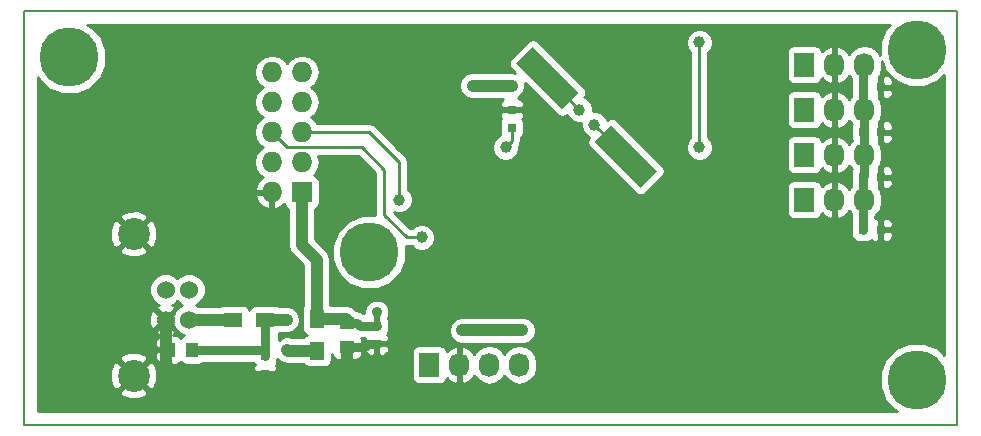
<source format=gbr>
G04 #@! TF.FileFunction,Copper,L2,Bot,Signal*
%FSLAX46Y46*%
G04 Gerber Fmt 4.6, Leading zero omitted, Abs format (unit mm)*
G04 Created by KiCad (PCBNEW 4.0.0-rc1-stable) date 01.11.2015 14:42:16*
%MOMM*%
G01*
G04 APERTURE LIST*
%ADD10C,0.100000*%
%ADD11C,0.150000*%
%ADD12R,1.500000X1.300000*%
%ADD13R,1.300000X1.500000*%
%ADD14R,1.727200X2.032000*%
%ADD15O,1.727200X2.032000*%
%ADD16R,1.727200X1.727200*%
%ADD17O,1.727200X1.727200*%
%ADD18C,1.524000*%
%ADD19C,2.700020*%
%ADD20R,0.800000X0.750000*%
%ADD21R,0.750000X0.800000*%
%ADD22R,1.000000X1.250000*%
%ADD23R,1.250000X1.000000*%
%ADD24C,5.000000*%
%ADD25C,1.000000*%
%ADD26C,0.900000*%
%ADD27C,0.250000*%
%ADD28C,1.000000*%
%ADD29C,0.750000*%
%ADD30C,0.500000*%
%ADD31C,0.254000*%
G04 APERTURE END LIST*
D10*
D11*
X137420000Y-107950000D02*
X58420000Y-107950000D01*
X137420000Y-72950000D02*
X137420000Y-107950000D01*
X58420000Y-72950000D02*
X137420000Y-72950000D01*
X58420000Y-107950000D02*
X58420000Y-72950000D01*
D12*
X76120000Y-99060000D03*
X78820000Y-99060000D03*
D13*
X83185000Y-101680000D03*
X83185000Y-98980000D03*
D14*
X92710000Y-102870000D03*
D15*
X95250000Y-102870000D03*
X97790000Y-102870000D03*
X100330000Y-102870000D03*
D14*
X124460000Y-88900000D03*
D15*
X127000000Y-88900000D03*
X129540000Y-88900000D03*
D14*
X124460000Y-85090000D03*
D15*
X127000000Y-85090000D03*
X129540000Y-85090000D03*
D14*
X124460000Y-81280000D03*
D15*
X127000000Y-81280000D03*
X129540000Y-81280000D03*
D14*
X124460000Y-77470000D03*
D15*
X127000000Y-77470000D03*
X129540000Y-77470000D03*
D16*
X81915000Y-88265000D03*
D17*
X79375000Y-88265000D03*
X81915000Y-85725000D03*
X79375000Y-85725000D03*
X81915000Y-83185000D03*
X79375000Y-83185000D03*
X81915000Y-80645000D03*
X79375000Y-80645000D03*
X81915000Y-78105000D03*
X79375000Y-78105000D03*
D18*
X72380000Y-96520000D03*
X72380000Y-99060000D03*
X70381020Y-99060000D03*
X70381020Y-96520000D03*
D19*
X67681000Y-91790520D03*
X67681000Y-103789480D03*
D10*
G36*
X112018667Y-86475174D02*
X110605174Y-87888667D01*
X106716723Y-84000216D01*
X108130216Y-82586723D01*
X112018667Y-86475174D01*
X112018667Y-86475174D01*
G37*
G36*
X105373277Y-79829784D02*
X103959784Y-81243277D01*
X100071333Y-77354826D01*
X101484826Y-75941333D01*
X105373277Y-79829784D01*
X105373277Y-79829784D01*
G37*
D20*
X129425000Y-79375000D03*
X130925000Y-79375000D03*
X129425000Y-83185000D03*
X130925000Y-83185000D03*
X129425000Y-86995000D03*
X130925000Y-86995000D03*
X129425000Y-91440000D03*
X130925000Y-91440000D03*
D21*
X99695000Y-82792000D03*
X99695000Y-81292000D03*
D22*
X72660000Y-101600000D03*
X70660000Y-101600000D03*
D21*
X78820000Y-102120000D03*
X78820000Y-103620000D03*
D23*
X85725000Y-99330000D03*
X85725000Y-101330000D03*
D21*
X88265000Y-99580000D03*
X88265000Y-101080000D03*
D24*
X62230000Y-76835000D03*
X133985000Y-76200000D03*
X133985000Y-104140000D03*
X87630000Y-93345000D03*
D25*
X99187000Y-84455000D03*
X115570000Y-75565000D03*
X115570000Y-84455000D03*
X99695000Y-79248000D03*
X96393000Y-79248000D03*
X95504000Y-99949000D03*
X100584000Y-99949000D03*
D26*
X88265000Y-98425000D03*
D25*
X97420000Y-86950000D03*
X120420000Y-90950000D03*
X92075000Y-88900000D03*
X111887000Y-82550000D03*
X111887000Y-90170000D03*
X99695000Y-97155000D03*
X102489000Y-88138000D03*
X99314000Y-90424000D03*
X121285000Y-103505000D03*
X128270000Y-99060000D03*
X114300000Y-99060000D03*
X107315000Y-103505000D03*
X123825000Y-93980000D03*
X133985000Y-93980000D03*
X109220000Y-93980000D03*
D26*
X80645000Y-104140000D03*
D25*
X100965000Y-85725000D03*
X106680000Y-82550000D03*
X105410000Y-81280000D03*
D26*
X80645000Y-99060000D03*
X80645000Y-101600000D03*
D25*
X90170000Y-88900000D03*
X92075000Y-92075000D03*
D27*
X115570000Y-84455000D02*
X115570000Y-75565000D01*
D28*
X96393000Y-79248000D02*
X99695000Y-79248000D01*
X95504000Y-99949000D02*
X100584000Y-99949000D01*
X83185000Y-98980000D02*
X83185000Y-93980000D01*
X81915000Y-92710000D02*
X81915000Y-88265000D01*
X83185000Y-93980000D02*
X81915000Y-92710000D01*
D27*
X99695000Y-82792000D02*
X99695000Y-83947000D01*
X99695000Y-83947000D02*
X99187000Y-84455000D01*
D29*
X129425000Y-91440000D02*
X129425000Y-89015000D01*
X129425000Y-89015000D02*
X129425000Y-86995000D01*
X129425000Y-86995000D02*
X129540000Y-86880000D01*
X129540000Y-86880000D02*
X129540000Y-83300000D01*
X129540000Y-83300000D02*
X129540000Y-81280000D01*
X129540000Y-81280000D02*
X129425000Y-81165000D01*
X129425000Y-81165000D02*
X129425000Y-77585000D01*
X129425000Y-77585000D02*
X129540000Y-77470000D01*
D30*
X88265000Y-98425000D02*
X88265000Y-99580000D01*
D29*
X85725000Y-99330000D02*
X86630000Y-99330000D01*
X86880000Y-99580000D02*
X88265000Y-99580000D01*
X86630000Y-99330000D02*
X86880000Y-99580000D01*
D28*
X83185000Y-98980000D02*
X85625000Y-98980000D01*
X85625000Y-98980000D02*
X85725000Y-99080000D01*
D29*
X88265000Y-101080000D02*
X87515000Y-101080000D01*
X87265000Y-101330000D02*
X85725000Y-101330000D01*
X87515000Y-101080000D02*
X87265000Y-101330000D01*
D28*
X80645000Y-104140000D02*
X85090000Y-104140000D01*
X85725000Y-103505000D02*
X85725000Y-101580000D01*
X85090000Y-104140000D02*
X85725000Y-103505000D01*
X78820000Y-104120000D02*
X80625000Y-104120000D01*
X80625000Y-104120000D02*
X80645000Y-104140000D01*
X78820000Y-104120000D02*
X71100000Y-104120000D01*
X70410000Y-103430000D02*
X70410000Y-101600000D01*
X71100000Y-104120000D02*
X70410000Y-103430000D01*
X70381020Y-99060000D02*
X70381020Y-101571020D01*
D29*
X70381020Y-101571020D02*
X70410000Y-101600000D01*
D27*
X109367695Y-85237695D02*
X106680000Y-82550000D01*
X105410000Y-81280000D02*
X102722305Y-78592305D01*
D29*
X78740000Y-101600000D02*
X78820000Y-101600000D01*
X78820000Y-101600000D02*
X78740000Y-101600000D01*
X72660000Y-101600000D02*
X78820000Y-101600000D01*
X78820000Y-101600000D02*
X78820000Y-99060000D01*
X78820000Y-102120000D02*
X78820000Y-101600000D01*
D28*
X78820000Y-99060000D02*
X80645000Y-99060000D01*
X72380000Y-99060000D02*
X76120000Y-99060000D01*
X80725000Y-101680000D02*
X83185000Y-101680000D01*
X80645000Y-101600000D02*
X80725000Y-101680000D01*
D27*
X81915000Y-83185000D02*
X87630000Y-83185000D01*
X90170000Y-85725000D02*
X90170000Y-88900000D01*
X87630000Y-83185000D02*
X90170000Y-85725000D01*
X88900000Y-86360000D02*
X88900000Y-90170000D01*
X80645000Y-84455000D02*
X86995000Y-84455000D01*
X86995000Y-84455000D02*
X88900000Y-86360000D01*
X80645000Y-84455000D02*
X79375000Y-83185000D01*
X90805000Y-92075000D02*
X92075000Y-92075000D01*
X88900000Y-90170000D02*
X90805000Y-92075000D01*
D31*
G36*
X131335604Y-74426384D02*
X130858544Y-75575272D01*
X130857627Y-76625924D01*
X130594013Y-76231399D01*
X130110428Y-75908277D01*
X129540000Y-75794812D01*
X128969572Y-75908277D01*
X128485987Y-76231399D01*
X128278998Y-76541179D01*
X127902036Y-76119268D01*
X127374791Y-75865291D01*
X127359026Y-75862642D01*
X127127000Y-75983783D01*
X127127000Y-77343000D01*
X127147000Y-77343000D01*
X127147000Y-77597000D01*
X127127000Y-77597000D01*
X127127000Y-78956217D01*
X127359026Y-79077358D01*
X127374791Y-79074709D01*
X127902036Y-78820732D01*
X128278998Y-78398821D01*
X128423000Y-78614335D01*
X128423000Y-78815889D01*
X128385717Y-79000000D01*
X128385717Y-79750000D01*
X128423000Y-79948142D01*
X128423000Y-80135665D01*
X128278998Y-80351179D01*
X127902036Y-79929268D01*
X127374791Y-79675291D01*
X127359026Y-79672642D01*
X127127000Y-79793783D01*
X127127000Y-81153000D01*
X127147000Y-81153000D01*
X127147000Y-81407000D01*
X127127000Y-81407000D01*
X127127000Y-82766217D01*
X127359026Y-82887358D01*
X127374791Y-82884709D01*
X127902036Y-82630732D01*
X128278998Y-82208821D01*
X128475733Y-82503254D01*
X128436083Y-82561283D01*
X128385717Y-82810000D01*
X128385717Y-83560000D01*
X128429437Y-83792352D01*
X128476535Y-83865545D01*
X128278998Y-84161179D01*
X127902036Y-83739268D01*
X127374791Y-83485291D01*
X127359026Y-83482642D01*
X127127000Y-83603783D01*
X127127000Y-84963000D01*
X127147000Y-84963000D01*
X127147000Y-85217000D01*
X127127000Y-85217000D01*
X127127000Y-86576217D01*
X127359026Y-86697358D01*
X127374791Y-86694709D01*
X127902036Y-86440732D01*
X128278998Y-86018821D01*
X128475733Y-86313254D01*
X128436083Y-86371283D01*
X128385717Y-86620000D01*
X128385717Y-87370000D01*
X128423000Y-87568142D01*
X128423000Y-87755665D01*
X128278998Y-87971179D01*
X127902036Y-87549268D01*
X127374791Y-87295291D01*
X127359026Y-87292642D01*
X127127000Y-87413783D01*
X127127000Y-88773000D01*
X127147000Y-88773000D01*
X127147000Y-89027000D01*
X127127000Y-89027000D01*
X127127000Y-90386217D01*
X127359026Y-90507358D01*
X127374791Y-90504709D01*
X127902036Y-90250732D01*
X128278998Y-89828821D01*
X128423000Y-90044335D01*
X128423000Y-90880889D01*
X128385717Y-91065000D01*
X128385717Y-91815000D01*
X128429437Y-92047352D01*
X128566757Y-92260753D01*
X128776283Y-92403917D01*
X129025000Y-92454283D01*
X129825000Y-92454283D01*
X130057352Y-92410563D01*
X130157862Y-92345887D01*
X130165302Y-92353327D01*
X130398691Y-92450000D01*
X130639250Y-92450000D01*
X130798000Y-92291250D01*
X130798000Y-91567000D01*
X131052000Y-91567000D01*
X131052000Y-92291250D01*
X131210750Y-92450000D01*
X131451309Y-92450000D01*
X131684698Y-92353327D01*
X131863327Y-92174699D01*
X131960000Y-91941310D01*
X131960000Y-91725750D01*
X131801250Y-91567000D01*
X131052000Y-91567000D01*
X130798000Y-91567000D01*
X130778000Y-91567000D01*
X130778000Y-91313000D01*
X130798000Y-91313000D01*
X130798000Y-90588750D01*
X131052000Y-90588750D01*
X131052000Y-91313000D01*
X131801250Y-91313000D01*
X131960000Y-91154250D01*
X131960000Y-90938690D01*
X131863327Y-90705301D01*
X131684698Y-90526673D01*
X131451309Y-90430000D01*
X131210750Y-90430000D01*
X131052000Y-90588750D01*
X130798000Y-90588750D01*
X130639250Y-90430000D01*
X130427000Y-90430000D01*
X130427000Y-90250196D01*
X130594013Y-90138601D01*
X130917135Y-89655016D01*
X131030600Y-89084588D01*
X131030600Y-88715412D01*
X130917135Y-88144984D01*
X130749760Y-87894490D01*
X130798000Y-87846250D01*
X130798000Y-87122000D01*
X131052000Y-87122000D01*
X131052000Y-87846250D01*
X131210750Y-88005000D01*
X131451309Y-88005000D01*
X131684698Y-87908327D01*
X131863327Y-87729699D01*
X131960000Y-87496310D01*
X131960000Y-87280750D01*
X131801250Y-87122000D01*
X131052000Y-87122000D01*
X130798000Y-87122000D01*
X130778000Y-87122000D01*
X130778000Y-86868000D01*
X130798000Y-86868000D01*
X130798000Y-86143750D01*
X131052000Y-86143750D01*
X131052000Y-86868000D01*
X131801250Y-86868000D01*
X131960000Y-86709250D01*
X131960000Y-86493690D01*
X131863327Y-86260301D01*
X131684698Y-86081673D01*
X131451309Y-85985000D01*
X131210750Y-85985000D01*
X131052000Y-86143750D01*
X130798000Y-86143750D01*
X130749760Y-86095510D01*
X130917135Y-85845016D01*
X131030600Y-85274588D01*
X131030600Y-84905412D01*
X130917135Y-84334984D01*
X130749760Y-84084490D01*
X130798000Y-84036250D01*
X130798000Y-83312000D01*
X131052000Y-83312000D01*
X131052000Y-84036250D01*
X131210750Y-84195000D01*
X131451309Y-84195000D01*
X131684698Y-84098327D01*
X131863327Y-83919699D01*
X131960000Y-83686310D01*
X131960000Y-83470750D01*
X131801250Y-83312000D01*
X131052000Y-83312000D01*
X130798000Y-83312000D01*
X130778000Y-83312000D01*
X130778000Y-83058000D01*
X130798000Y-83058000D01*
X130798000Y-82333750D01*
X131052000Y-82333750D01*
X131052000Y-83058000D01*
X131801250Y-83058000D01*
X131960000Y-82899250D01*
X131960000Y-82683690D01*
X131863327Y-82450301D01*
X131684698Y-82271673D01*
X131451309Y-82175000D01*
X131210750Y-82175000D01*
X131052000Y-82333750D01*
X130798000Y-82333750D01*
X130749760Y-82285510D01*
X130917135Y-82035016D01*
X131030600Y-81464588D01*
X131030600Y-81095412D01*
X130917135Y-80524984D01*
X130749760Y-80274490D01*
X130798000Y-80226250D01*
X130798000Y-79502000D01*
X131052000Y-79502000D01*
X131052000Y-80226250D01*
X131210750Y-80385000D01*
X131451309Y-80385000D01*
X131684698Y-80288327D01*
X131863327Y-80109699D01*
X131960000Y-79876310D01*
X131960000Y-79660750D01*
X131801250Y-79502000D01*
X131052000Y-79502000D01*
X130798000Y-79502000D01*
X130778000Y-79502000D01*
X130778000Y-79248000D01*
X130798000Y-79248000D01*
X130798000Y-78523750D01*
X131052000Y-78523750D01*
X131052000Y-79248000D01*
X131801250Y-79248000D01*
X131960000Y-79089250D01*
X131960000Y-78873690D01*
X131863327Y-78640301D01*
X131684698Y-78461673D01*
X131451309Y-78365000D01*
X131210750Y-78365000D01*
X131052000Y-78523750D01*
X130798000Y-78523750D01*
X130749760Y-78475510D01*
X130917135Y-78225016D01*
X131030600Y-77654588D01*
X131030600Y-77285412D01*
X131012532Y-77194578D01*
X131332512Y-77968989D01*
X132211384Y-78849396D01*
X133360272Y-79326456D01*
X134604270Y-79327542D01*
X135753989Y-78852488D01*
X136293000Y-78314417D01*
X136293000Y-102025921D01*
X135758616Y-101490604D01*
X134609728Y-101013544D01*
X133365730Y-101012458D01*
X132216011Y-101487512D01*
X131335604Y-102366384D01*
X130858544Y-103515272D01*
X130857458Y-104759270D01*
X131332512Y-105908989D01*
X132211384Y-106789396D01*
X132292311Y-106823000D01*
X59547000Y-106823000D01*
X59547000Y-105195081D01*
X66455004Y-105195081D01*
X66596472Y-105498270D01*
X67332952Y-105783227D01*
X68122420Y-105764654D01*
X68765528Y-105498270D01*
X68906996Y-105195081D01*
X67681000Y-103969085D01*
X66455004Y-105195081D01*
X59547000Y-105195081D01*
X59547000Y-103441432D01*
X65687253Y-103441432D01*
X65705826Y-104230900D01*
X65972210Y-104874008D01*
X66275399Y-105015476D01*
X67501395Y-103789480D01*
X67860605Y-103789480D01*
X69086601Y-105015476D01*
X69389790Y-104874008D01*
X69674747Y-104137528D01*
X69669295Y-103905750D01*
X77810000Y-103905750D01*
X77810000Y-104146309D01*
X77906673Y-104379698D01*
X78085301Y-104558327D01*
X78318690Y-104655000D01*
X78534250Y-104655000D01*
X78693000Y-104496250D01*
X78693000Y-103747000D01*
X78947000Y-103747000D01*
X78947000Y-104496250D01*
X79105750Y-104655000D01*
X79321310Y-104655000D01*
X79554699Y-104558327D01*
X79733327Y-104379698D01*
X79830000Y-104146309D01*
X79830000Y-103905750D01*
X79671250Y-103747000D01*
X78947000Y-103747000D01*
X78693000Y-103747000D01*
X77968750Y-103747000D01*
X77810000Y-103905750D01*
X69669295Y-103905750D01*
X69656174Y-103348060D01*
X69389790Y-102704952D01*
X69086601Y-102563484D01*
X67860605Y-103789480D01*
X67501395Y-103789480D01*
X66275399Y-102563484D01*
X65972210Y-102704952D01*
X65687253Y-103441432D01*
X59547000Y-103441432D01*
X59547000Y-102383879D01*
X66455004Y-102383879D01*
X67681000Y-103609875D01*
X68906996Y-102383879D01*
X68765528Y-102080690D01*
X68261700Y-101885750D01*
X69525000Y-101885750D01*
X69525000Y-102351310D01*
X69621673Y-102584699D01*
X69800302Y-102763327D01*
X70033691Y-102860000D01*
X70374250Y-102860000D01*
X70533000Y-102701250D01*
X70533000Y-101727000D01*
X69683750Y-101727000D01*
X69525000Y-101885750D01*
X68261700Y-101885750D01*
X68029048Y-101795733D01*
X67239580Y-101814306D01*
X66596472Y-102080690D01*
X66455004Y-102383879D01*
X59547000Y-102383879D01*
X59547000Y-98852302D01*
X68971876Y-98852302D01*
X68999658Y-99407368D01*
X69158623Y-99791143D01*
X69400807Y-99860608D01*
X70201415Y-99060000D01*
X69400807Y-98259392D01*
X69158623Y-98328857D01*
X68971876Y-98852302D01*
X59547000Y-98852302D01*
X59547000Y-96795077D01*
X68991780Y-96795077D01*
X69202797Y-97305777D01*
X69593187Y-97696850D01*
X69791192Y-97779069D01*
X69649877Y-97837603D01*
X69580412Y-98079787D01*
X70381020Y-98880395D01*
X71181628Y-98079787D01*
X71112163Y-97837603D01*
X70960459Y-97783480D01*
X71166797Y-97698223D01*
X71380540Y-97484853D01*
X71592167Y-97696850D01*
X71816419Y-97789967D01*
X71594223Y-97881777D01*
X71203150Y-98272167D01*
X71099968Y-98520657D01*
X70560625Y-99060000D01*
X71099942Y-99599317D01*
X71201777Y-99845777D01*
X71592167Y-100236850D01*
X71933089Y-100378413D01*
X71927648Y-100379437D01*
X71714247Y-100516757D01*
X71667784Y-100584758D01*
X71519698Y-100436673D01*
X71286309Y-100340000D01*
X70973097Y-100340000D01*
X71112163Y-100282397D01*
X71181628Y-100040213D01*
X70381020Y-99239605D01*
X69580412Y-100040213D01*
X69649877Y-100282397D01*
X69930798Y-100382620D01*
X69800302Y-100436673D01*
X69621673Y-100615301D01*
X69525000Y-100848690D01*
X69525000Y-101314250D01*
X69683750Y-101473000D01*
X70533000Y-101473000D01*
X70533000Y-101453000D01*
X70787000Y-101453000D01*
X70787000Y-101473000D01*
X70807000Y-101473000D01*
X70807000Y-101727000D01*
X70787000Y-101727000D01*
X70787000Y-102701250D01*
X70945750Y-102860000D01*
X71286309Y-102860000D01*
X71519698Y-102763327D01*
X71666721Y-102616305D01*
X71701757Y-102670753D01*
X71911283Y-102813917D01*
X72160000Y-102864283D01*
X73160000Y-102864283D01*
X73392352Y-102820563D01*
X73537753Y-102727000D01*
X77844667Y-102727000D01*
X77849437Y-102752352D01*
X77914113Y-102852862D01*
X77906673Y-102860302D01*
X77810000Y-103093691D01*
X77810000Y-103334250D01*
X77968750Y-103493000D01*
X78693000Y-103493000D01*
X78693000Y-103473000D01*
X78947000Y-103473000D01*
X78947000Y-103493000D01*
X79671250Y-103493000D01*
X79830000Y-103334250D01*
X79830000Y-103093691D01*
X79733327Y-102860302D01*
X79726205Y-102853180D01*
X79783917Y-102768717D01*
X79834283Y-102520000D01*
X79834283Y-102376244D01*
X79848091Y-102396909D01*
X79928091Y-102476909D01*
X80293716Y-102721212D01*
X80725000Y-102807000D01*
X82032516Y-102807000D01*
X82076757Y-102875753D01*
X82286283Y-103018917D01*
X82535000Y-103069283D01*
X83835000Y-103069283D01*
X84067352Y-103025563D01*
X84280753Y-102888243D01*
X84423917Y-102678717D01*
X84474283Y-102430000D01*
X84474283Y-101978720D01*
X84561673Y-102189698D01*
X84740301Y-102368327D01*
X84973690Y-102465000D01*
X85439250Y-102465000D01*
X85598000Y-102306250D01*
X85598000Y-101457000D01*
X85852000Y-101457000D01*
X85852000Y-102306250D01*
X86010750Y-102465000D01*
X86476310Y-102465000D01*
X86709699Y-102368327D01*
X86888327Y-102189698D01*
X86985000Y-101956309D01*
X86985000Y-101615750D01*
X86826250Y-101457000D01*
X85852000Y-101457000D01*
X85598000Y-101457000D01*
X85578000Y-101457000D01*
X85578000Y-101365750D01*
X87255000Y-101365750D01*
X87255000Y-101606309D01*
X87351673Y-101839698D01*
X87530301Y-102018327D01*
X87763690Y-102115000D01*
X87979250Y-102115000D01*
X88138000Y-101956250D01*
X88138000Y-101207000D01*
X88392000Y-101207000D01*
X88392000Y-101956250D01*
X88550750Y-102115000D01*
X88766310Y-102115000D01*
X88999699Y-102018327D01*
X89164025Y-101854000D01*
X91207117Y-101854000D01*
X91207117Y-103886000D01*
X91250837Y-104118352D01*
X91388157Y-104331753D01*
X91597683Y-104474917D01*
X91846400Y-104525283D01*
X93573600Y-104525283D01*
X93805952Y-104481563D01*
X94019353Y-104344243D01*
X94162517Y-104134717D01*
X94182582Y-104035630D01*
X94347964Y-104220732D01*
X94875209Y-104474709D01*
X94890974Y-104477358D01*
X95123000Y-104356217D01*
X95123000Y-102997000D01*
X95103000Y-102997000D01*
X95103000Y-102743000D01*
X95123000Y-102743000D01*
X95123000Y-101383783D01*
X95377000Y-101383783D01*
X95377000Y-102743000D01*
X95397000Y-102743000D01*
X95397000Y-102997000D01*
X95377000Y-102997000D01*
X95377000Y-104356217D01*
X95609026Y-104477358D01*
X95624791Y-104474709D01*
X96152036Y-104220732D01*
X96528998Y-103798821D01*
X96735987Y-104108601D01*
X97219572Y-104431723D01*
X97790000Y-104545188D01*
X98360428Y-104431723D01*
X98844013Y-104108601D01*
X99060000Y-103785354D01*
X99275987Y-104108601D01*
X99759572Y-104431723D01*
X100330000Y-104545188D01*
X100900428Y-104431723D01*
X101384013Y-104108601D01*
X101707135Y-103625016D01*
X101820600Y-103054588D01*
X101820600Y-102685412D01*
X101707135Y-102114984D01*
X101384013Y-101631399D01*
X100900428Y-101308277D01*
X100330000Y-101194812D01*
X99759572Y-101308277D01*
X99275987Y-101631399D01*
X99060000Y-101954646D01*
X98844013Y-101631399D01*
X98360428Y-101308277D01*
X97790000Y-101194812D01*
X97219572Y-101308277D01*
X96735987Y-101631399D01*
X96528998Y-101941179D01*
X96152036Y-101519268D01*
X95624791Y-101265291D01*
X95609026Y-101262642D01*
X95377000Y-101383783D01*
X95123000Y-101383783D01*
X94890974Y-101262642D01*
X94875209Y-101265291D01*
X94347964Y-101519268D01*
X94184355Y-101702386D01*
X94169163Y-101621648D01*
X94031843Y-101408247D01*
X93822317Y-101265083D01*
X93573600Y-101214717D01*
X91846400Y-101214717D01*
X91614048Y-101258437D01*
X91400647Y-101395757D01*
X91257483Y-101605283D01*
X91207117Y-101854000D01*
X89164025Y-101854000D01*
X89178327Y-101839698D01*
X89275000Y-101606309D01*
X89275000Y-101365750D01*
X89116250Y-101207000D01*
X88392000Y-101207000D01*
X88138000Y-101207000D01*
X87413750Y-101207000D01*
X87255000Y-101365750D01*
X85578000Y-101365750D01*
X85578000Y-101203000D01*
X85598000Y-101203000D01*
X85598000Y-101183000D01*
X85852000Y-101183000D01*
X85852000Y-101203000D01*
X86826250Y-101203000D01*
X86985000Y-101044250D01*
X86985000Y-100703691D01*
X86934594Y-100582000D01*
X87255000Y-100582000D01*
X87255000Y-100794250D01*
X87413750Y-100953000D01*
X88138000Y-100953000D01*
X88138000Y-100933000D01*
X88392000Y-100933000D01*
X88392000Y-100953000D01*
X89116250Y-100953000D01*
X89275000Y-100794250D01*
X89275000Y-100553691D01*
X89178327Y-100320302D01*
X89171205Y-100313180D01*
X89228917Y-100228717D01*
X89240363Y-100172191D01*
X94376805Y-100172191D01*
X94548019Y-100586560D01*
X94864772Y-100903867D01*
X95278842Y-101075804D01*
X95727191Y-101076195D01*
X95727663Y-101076000D01*
X100583590Y-101076000D01*
X100807191Y-101076195D01*
X101221560Y-100904981D01*
X101538867Y-100588228D01*
X101710804Y-100174158D01*
X101711195Y-99725809D01*
X101539981Y-99311440D01*
X101223228Y-98994133D01*
X100809158Y-98822196D01*
X100360809Y-98821805D01*
X100360337Y-98822000D01*
X95504410Y-98822000D01*
X95280809Y-98821805D01*
X94866440Y-98993019D01*
X94549133Y-99309772D01*
X94377196Y-99723842D01*
X94376805Y-100172191D01*
X89240363Y-100172191D01*
X89279283Y-99980000D01*
X89279283Y-99180000D01*
X89235563Y-98947648D01*
X89222540Y-98927410D01*
X89341813Y-98640168D01*
X89342187Y-98211711D01*
X89178569Y-97815725D01*
X88875868Y-97512496D01*
X88480168Y-97348187D01*
X88051711Y-97347813D01*
X87655725Y-97511431D01*
X87352496Y-97814132D01*
X87188187Y-98209832D01*
X87187916Y-98520848D01*
X87082969Y-98450725D01*
X87013449Y-98404273D01*
X86765316Y-98354916D01*
X86598717Y-98241083D01*
X86449731Y-98210913D01*
X86421909Y-98183091D01*
X86056284Y-97938788D01*
X85625000Y-97853000D01*
X84337484Y-97853000D01*
X84312000Y-97813396D01*
X84312000Y-93980000D01*
X84226212Y-93548716D01*
X83981909Y-93183090D01*
X83042000Y-92243182D01*
X83042000Y-89704184D01*
X83224353Y-89586843D01*
X83367517Y-89377317D01*
X83417883Y-89128600D01*
X83417883Y-87401400D01*
X83374163Y-87169048D01*
X83236843Y-86955647D01*
X83027317Y-86812483D01*
X82966543Y-86800176D01*
X82998216Y-86779013D01*
X83321338Y-86295428D01*
X83434803Y-85725000D01*
X83331767Y-85207000D01*
X86683512Y-85207000D01*
X88148000Y-86671488D01*
X88148000Y-90170000D01*
X88157639Y-90218459D01*
X87010730Y-90217458D01*
X85861011Y-90692512D01*
X84980604Y-91571384D01*
X84503544Y-92720272D01*
X84502458Y-93964270D01*
X84977512Y-95113989D01*
X85856384Y-95994396D01*
X87005272Y-96471456D01*
X88249270Y-96472542D01*
X89398989Y-95997488D01*
X90279396Y-95118616D01*
X90756456Y-93969728D01*
X90757462Y-92817544D01*
X90805000Y-92827000D01*
X91233259Y-92827000D01*
X91435772Y-93029867D01*
X91849842Y-93201804D01*
X92298191Y-93202195D01*
X92712560Y-93030981D01*
X93029867Y-92714228D01*
X93201804Y-92300158D01*
X93202195Y-91851809D01*
X93030981Y-91437440D01*
X92714228Y-91120133D01*
X92300158Y-90948196D01*
X91851809Y-90947805D01*
X91437440Y-91119019D01*
X91233102Y-91323000D01*
X91116488Y-91323000D01*
X89731850Y-89938362D01*
X89944842Y-90026804D01*
X90393191Y-90027195D01*
X90807560Y-89855981D01*
X91124867Y-89539228D01*
X91296804Y-89125158D01*
X91297195Y-88676809D01*
X91125981Y-88262440D01*
X90922000Y-88058102D01*
X90922000Y-85725000D01*
X90864757Y-85437222D01*
X90846479Y-85409867D01*
X90701744Y-85193255D01*
X90186680Y-84678191D01*
X98059805Y-84678191D01*
X98231019Y-85092560D01*
X98547772Y-85409867D01*
X98961842Y-85581804D01*
X99410191Y-85582195D01*
X99824560Y-85410981D01*
X100141867Y-85094228D01*
X100313804Y-84680158D01*
X100314094Y-84348017D01*
X100389757Y-84234778D01*
X100416899Y-84098327D01*
X100447000Y-83947000D01*
X100447000Y-83694484D01*
X100515753Y-83650243D01*
X100658917Y-83440717D01*
X100709283Y-83192000D01*
X100709283Y-82392000D01*
X100665563Y-82159648D01*
X100600887Y-82059138D01*
X100608327Y-82051698D01*
X100705000Y-81818309D01*
X100705000Y-81577750D01*
X100546250Y-81419000D01*
X99822000Y-81419000D01*
X99822000Y-81439000D01*
X99568000Y-81439000D01*
X99568000Y-81419000D01*
X98843750Y-81419000D01*
X98685000Y-81577750D01*
X98685000Y-81818309D01*
X98781673Y-82051698D01*
X98788795Y-82058820D01*
X98731083Y-82143283D01*
X98680717Y-82392000D01*
X98680717Y-83192000D01*
X98724437Y-83424352D01*
X98725636Y-83426216D01*
X98549440Y-83499019D01*
X98232133Y-83815772D01*
X98060196Y-84229842D01*
X98059805Y-84678191D01*
X90186680Y-84678191D01*
X88161744Y-82653256D01*
X87917778Y-82490243D01*
X87630000Y-82433000D01*
X83200015Y-82433000D01*
X82998216Y-82130987D01*
X82674969Y-81915000D01*
X82998216Y-81699013D01*
X83321338Y-81215428D01*
X83434803Y-80645000D01*
X83321338Y-80074572D01*
X82998216Y-79590987D01*
X82818929Y-79471191D01*
X95265805Y-79471191D01*
X95437019Y-79885560D01*
X95753772Y-80202867D01*
X96167842Y-80374804D01*
X96616191Y-80375195D01*
X96616663Y-80375000D01*
X98938974Y-80375000D01*
X98781673Y-80532302D01*
X98685000Y-80765691D01*
X98685000Y-81006250D01*
X98843750Y-81165000D01*
X99568000Y-81165000D01*
X99568000Y-81145000D01*
X99822000Y-81145000D01*
X99822000Y-81165000D01*
X100546250Y-81165000D01*
X100705000Y-81006250D01*
X100705000Y-80765691D01*
X100608327Y-80532302D01*
X100429699Y-80353673D01*
X100200272Y-80258641D01*
X100332560Y-80203981D01*
X100649867Y-79887228D01*
X100821804Y-79473158D01*
X100822195Y-79024809D01*
X100811606Y-78999181D01*
X103507743Y-81695318D01*
X103702955Y-81828701D01*
X103950952Y-81882499D01*
X104200341Y-81835573D01*
X104372866Y-81721155D01*
X104454019Y-81917560D01*
X104770772Y-82234867D01*
X105184842Y-82406804D01*
X105553124Y-82407125D01*
X105552805Y-82773191D01*
X105724019Y-83187560D01*
X106040772Y-83504867D01*
X106238246Y-83586865D01*
X106131299Y-83743387D01*
X106077501Y-83991384D01*
X106124427Y-84240773D01*
X106264682Y-84452257D01*
X110153133Y-88340708D01*
X110348345Y-88474091D01*
X110596342Y-88527889D01*
X110845731Y-88480963D01*
X111057215Y-88340708D01*
X111513923Y-87884000D01*
X122957117Y-87884000D01*
X122957117Y-89916000D01*
X123000837Y-90148352D01*
X123138157Y-90361753D01*
X123347683Y-90504917D01*
X123596400Y-90555283D01*
X125323600Y-90555283D01*
X125555952Y-90511563D01*
X125769353Y-90374243D01*
X125912517Y-90164717D01*
X125932582Y-90065630D01*
X126097964Y-90250732D01*
X126625209Y-90504709D01*
X126640974Y-90507358D01*
X126873000Y-90386217D01*
X126873000Y-89027000D01*
X126853000Y-89027000D01*
X126853000Y-88773000D01*
X126873000Y-88773000D01*
X126873000Y-87413783D01*
X126640974Y-87292642D01*
X126625209Y-87295291D01*
X126097964Y-87549268D01*
X125934355Y-87732386D01*
X125919163Y-87651648D01*
X125781843Y-87438247D01*
X125572317Y-87295083D01*
X125323600Y-87244717D01*
X123596400Y-87244717D01*
X123364048Y-87288437D01*
X123150647Y-87425757D01*
X123007483Y-87635283D01*
X122957117Y-87884000D01*
X111513923Y-87884000D01*
X112470708Y-86927215D01*
X112604091Y-86732003D01*
X112657889Y-86484006D01*
X112610963Y-86234617D01*
X112470708Y-86023133D01*
X108582257Y-82134682D01*
X108387045Y-82001299D01*
X108139048Y-81947501D01*
X107889659Y-81994427D01*
X107717134Y-82108845D01*
X107635981Y-81912440D01*
X107319228Y-81595133D01*
X106905158Y-81423196D01*
X106536876Y-81422875D01*
X106537195Y-81056809D01*
X106365981Y-80642440D01*
X106049228Y-80325133D01*
X105851754Y-80243135D01*
X105958701Y-80086613D01*
X106012499Y-79838616D01*
X105965573Y-79589227D01*
X105825318Y-79377743D01*
X102235766Y-75788191D01*
X114442805Y-75788191D01*
X114614019Y-76202560D01*
X114818000Y-76406898D01*
X114818000Y-83613259D01*
X114615133Y-83815772D01*
X114443196Y-84229842D01*
X114442805Y-84678191D01*
X114614019Y-85092560D01*
X114930772Y-85409867D01*
X115344842Y-85581804D01*
X115793191Y-85582195D01*
X116207560Y-85410981D01*
X116524867Y-85094228D01*
X116696804Y-84680158D01*
X116697195Y-84231809D01*
X116631990Y-84074000D01*
X122957117Y-84074000D01*
X122957117Y-86106000D01*
X123000837Y-86338352D01*
X123138157Y-86551753D01*
X123347683Y-86694917D01*
X123596400Y-86745283D01*
X125323600Y-86745283D01*
X125555952Y-86701563D01*
X125769353Y-86564243D01*
X125912517Y-86354717D01*
X125932582Y-86255630D01*
X126097964Y-86440732D01*
X126625209Y-86694709D01*
X126640974Y-86697358D01*
X126873000Y-86576217D01*
X126873000Y-85217000D01*
X126853000Y-85217000D01*
X126853000Y-84963000D01*
X126873000Y-84963000D01*
X126873000Y-83603783D01*
X126640974Y-83482642D01*
X126625209Y-83485291D01*
X126097964Y-83739268D01*
X125934355Y-83922386D01*
X125919163Y-83841648D01*
X125781843Y-83628247D01*
X125572317Y-83485083D01*
X125323600Y-83434717D01*
X123596400Y-83434717D01*
X123364048Y-83478437D01*
X123150647Y-83615757D01*
X123007483Y-83825283D01*
X122957117Y-84074000D01*
X116631990Y-84074000D01*
X116525981Y-83817440D01*
X116322000Y-83613102D01*
X116322000Y-80264000D01*
X122957117Y-80264000D01*
X122957117Y-82296000D01*
X123000837Y-82528352D01*
X123138157Y-82741753D01*
X123347683Y-82884917D01*
X123596400Y-82935283D01*
X125323600Y-82935283D01*
X125555952Y-82891563D01*
X125769353Y-82754243D01*
X125912517Y-82544717D01*
X125932582Y-82445630D01*
X126097964Y-82630732D01*
X126625209Y-82884709D01*
X126640974Y-82887358D01*
X126873000Y-82766217D01*
X126873000Y-81407000D01*
X126853000Y-81407000D01*
X126853000Y-81153000D01*
X126873000Y-81153000D01*
X126873000Y-79793783D01*
X126640974Y-79672642D01*
X126625209Y-79675291D01*
X126097964Y-79929268D01*
X125934355Y-80112386D01*
X125919163Y-80031648D01*
X125781843Y-79818247D01*
X125572317Y-79675083D01*
X125323600Y-79624717D01*
X123596400Y-79624717D01*
X123364048Y-79668437D01*
X123150647Y-79805757D01*
X123007483Y-80015283D01*
X122957117Y-80264000D01*
X116322000Y-80264000D01*
X116322000Y-76454000D01*
X122957117Y-76454000D01*
X122957117Y-78486000D01*
X123000837Y-78718352D01*
X123138157Y-78931753D01*
X123347683Y-79074917D01*
X123596400Y-79125283D01*
X125323600Y-79125283D01*
X125555952Y-79081563D01*
X125769353Y-78944243D01*
X125912517Y-78734717D01*
X125932582Y-78635630D01*
X126097964Y-78820732D01*
X126625209Y-79074709D01*
X126640974Y-79077358D01*
X126873000Y-78956217D01*
X126873000Y-77597000D01*
X126853000Y-77597000D01*
X126853000Y-77343000D01*
X126873000Y-77343000D01*
X126873000Y-75983783D01*
X126640974Y-75862642D01*
X126625209Y-75865291D01*
X126097964Y-76119268D01*
X125934355Y-76302386D01*
X125919163Y-76221648D01*
X125781843Y-76008247D01*
X125572317Y-75865083D01*
X125323600Y-75814717D01*
X123596400Y-75814717D01*
X123364048Y-75858437D01*
X123150647Y-75995757D01*
X123007483Y-76205283D01*
X122957117Y-76454000D01*
X116322000Y-76454000D01*
X116322000Y-76406741D01*
X116524867Y-76204228D01*
X116696804Y-75790158D01*
X116697195Y-75341809D01*
X116525981Y-74927440D01*
X116209228Y-74610133D01*
X115795158Y-74438196D01*
X115346809Y-74437805D01*
X114932440Y-74609019D01*
X114615133Y-74925772D01*
X114443196Y-75339842D01*
X114442805Y-75788191D01*
X102235766Y-75788191D01*
X101936867Y-75489292D01*
X101741655Y-75355909D01*
X101493658Y-75302111D01*
X101244269Y-75349037D01*
X101032785Y-75489292D01*
X99619292Y-76902785D01*
X99485909Y-77097997D01*
X99432111Y-77345994D01*
X99479037Y-77595383D01*
X99619292Y-77806867D01*
X99943181Y-78130756D01*
X99920158Y-78121196D01*
X99471809Y-78120805D01*
X99471337Y-78121000D01*
X96393410Y-78121000D01*
X96169809Y-78120805D01*
X95755440Y-78292019D01*
X95438133Y-78608772D01*
X95266196Y-79022842D01*
X95265805Y-79471191D01*
X82818929Y-79471191D01*
X82674969Y-79375000D01*
X82998216Y-79159013D01*
X83321338Y-78675428D01*
X83434803Y-78105000D01*
X83321338Y-77534572D01*
X82998216Y-77050987D01*
X82514631Y-76727865D01*
X81944203Y-76614400D01*
X81885797Y-76614400D01*
X81315369Y-76727865D01*
X80831784Y-77050987D01*
X80645000Y-77330528D01*
X80458216Y-77050987D01*
X79974631Y-76727865D01*
X79404203Y-76614400D01*
X79345797Y-76614400D01*
X78775369Y-76727865D01*
X78291784Y-77050987D01*
X77968662Y-77534572D01*
X77855197Y-78105000D01*
X77968662Y-78675428D01*
X78291784Y-79159013D01*
X78615031Y-79375000D01*
X78291784Y-79590987D01*
X77968662Y-80074572D01*
X77855197Y-80645000D01*
X77968662Y-81215428D01*
X78291784Y-81699013D01*
X78615031Y-81915000D01*
X78291784Y-82130987D01*
X77968662Y-82614572D01*
X77855197Y-83185000D01*
X77968662Y-83755428D01*
X78291784Y-84239013D01*
X78615031Y-84455000D01*
X78291784Y-84670987D01*
X77968662Y-85154572D01*
X77855197Y-85725000D01*
X77968662Y-86295428D01*
X78291784Y-86779013D01*
X78617621Y-86996731D01*
X78486510Y-87058179D01*
X78092312Y-87490053D01*
X77920042Y-87905974D01*
X78041183Y-88138000D01*
X79248000Y-88138000D01*
X79248000Y-88118000D01*
X79502000Y-88118000D01*
X79502000Y-88138000D01*
X79522000Y-88138000D01*
X79522000Y-88392000D01*
X79502000Y-88392000D01*
X79502000Y-89599469D01*
X79734027Y-89719968D01*
X80263490Y-89471821D01*
X80440258Y-89278158D01*
X80455837Y-89360952D01*
X80593157Y-89574353D01*
X80788000Y-89707484D01*
X80788000Y-92710000D01*
X80873788Y-93141284D01*
X81118091Y-93506909D01*
X82058000Y-94446819D01*
X82058000Y-97817488D01*
X81946083Y-97981283D01*
X81895717Y-98230000D01*
X81895717Y-99730000D01*
X81939437Y-99962352D01*
X82076757Y-100175753D01*
X82286283Y-100318917D01*
X82333892Y-100328558D01*
X82302648Y-100334437D01*
X82089247Y-100471757D01*
X82033736Y-100553000D01*
X81047186Y-100553000D01*
X80645000Y-100473000D01*
X80213716Y-100558788D01*
X79947000Y-100737002D01*
X79947000Y-100212484D01*
X79986604Y-100187000D01*
X80645000Y-100187000D01*
X81076284Y-100101212D01*
X81441909Y-99856909D01*
X81686212Y-99491284D01*
X81772000Y-99060000D01*
X81686212Y-98628716D01*
X81441909Y-98263091D01*
X81076284Y-98018788D01*
X80645000Y-97933000D01*
X79982512Y-97933000D01*
X79818717Y-97821083D01*
X79570000Y-97770717D01*
X78070000Y-97770717D01*
X77837648Y-97814437D01*
X77624247Y-97951757D01*
X77481083Y-98161283D01*
X77471442Y-98208892D01*
X77465563Y-98177648D01*
X77328243Y-97964247D01*
X77118717Y-97821083D01*
X76870000Y-97770717D01*
X75370000Y-97770717D01*
X75137648Y-97814437D01*
X74953396Y-97933000D01*
X73217596Y-97933000D01*
X73167833Y-97883150D01*
X72943581Y-97790033D01*
X73165777Y-97698223D01*
X73556850Y-97307833D01*
X73768758Y-96797501D01*
X73769240Y-96244923D01*
X73558223Y-95734223D01*
X73167833Y-95343150D01*
X72657501Y-95131242D01*
X72104923Y-95130760D01*
X71594223Y-95341777D01*
X71380480Y-95555147D01*
X71168853Y-95343150D01*
X70658521Y-95131242D01*
X70105943Y-95130760D01*
X69595243Y-95341777D01*
X69204170Y-95732167D01*
X68992262Y-96242499D01*
X68991780Y-96795077D01*
X59547000Y-96795077D01*
X59547000Y-93196121D01*
X66455004Y-93196121D01*
X66596472Y-93499310D01*
X67332952Y-93784267D01*
X68122420Y-93765694D01*
X68765528Y-93499310D01*
X68906996Y-93196121D01*
X67681000Y-91970125D01*
X66455004Y-93196121D01*
X59547000Y-93196121D01*
X59547000Y-91442472D01*
X65687253Y-91442472D01*
X65705826Y-92231940D01*
X65972210Y-92875048D01*
X66275399Y-93016516D01*
X67501395Y-91790520D01*
X67860605Y-91790520D01*
X69086601Y-93016516D01*
X69389790Y-92875048D01*
X69674747Y-92138568D01*
X69656174Y-91349100D01*
X69389790Y-90705992D01*
X69086601Y-90564524D01*
X67860605Y-91790520D01*
X67501395Y-91790520D01*
X66275399Y-90564524D01*
X65972210Y-90705992D01*
X65687253Y-91442472D01*
X59547000Y-91442472D01*
X59547000Y-90384919D01*
X66455004Y-90384919D01*
X67681000Y-91610915D01*
X68906996Y-90384919D01*
X68765528Y-90081730D01*
X68029048Y-89796773D01*
X67239580Y-89815346D01*
X66596472Y-90081730D01*
X66455004Y-90384919D01*
X59547000Y-90384919D01*
X59547000Y-88624026D01*
X77920042Y-88624026D01*
X78092312Y-89039947D01*
X78486510Y-89471821D01*
X79015973Y-89719968D01*
X79248000Y-89599469D01*
X79248000Y-88392000D01*
X78041183Y-88392000D01*
X77920042Y-88624026D01*
X59547000Y-88624026D01*
X59547000Y-78530144D01*
X59577512Y-78603989D01*
X60456384Y-79484396D01*
X61605272Y-79961456D01*
X62849270Y-79962542D01*
X63998989Y-79487488D01*
X64879396Y-78608616D01*
X65356456Y-77459728D01*
X65357542Y-76215730D01*
X64882488Y-75066011D01*
X64003616Y-74185604D01*
X63742069Y-74077000D01*
X131685598Y-74077000D01*
X131335604Y-74426384D01*
X131335604Y-74426384D01*
G37*
X131335604Y-74426384D02*
X130858544Y-75575272D01*
X130857627Y-76625924D01*
X130594013Y-76231399D01*
X130110428Y-75908277D01*
X129540000Y-75794812D01*
X128969572Y-75908277D01*
X128485987Y-76231399D01*
X128278998Y-76541179D01*
X127902036Y-76119268D01*
X127374791Y-75865291D01*
X127359026Y-75862642D01*
X127127000Y-75983783D01*
X127127000Y-77343000D01*
X127147000Y-77343000D01*
X127147000Y-77597000D01*
X127127000Y-77597000D01*
X127127000Y-78956217D01*
X127359026Y-79077358D01*
X127374791Y-79074709D01*
X127902036Y-78820732D01*
X128278998Y-78398821D01*
X128423000Y-78614335D01*
X128423000Y-78815889D01*
X128385717Y-79000000D01*
X128385717Y-79750000D01*
X128423000Y-79948142D01*
X128423000Y-80135665D01*
X128278998Y-80351179D01*
X127902036Y-79929268D01*
X127374791Y-79675291D01*
X127359026Y-79672642D01*
X127127000Y-79793783D01*
X127127000Y-81153000D01*
X127147000Y-81153000D01*
X127147000Y-81407000D01*
X127127000Y-81407000D01*
X127127000Y-82766217D01*
X127359026Y-82887358D01*
X127374791Y-82884709D01*
X127902036Y-82630732D01*
X128278998Y-82208821D01*
X128475733Y-82503254D01*
X128436083Y-82561283D01*
X128385717Y-82810000D01*
X128385717Y-83560000D01*
X128429437Y-83792352D01*
X128476535Y-83865545D01*
X128278998Y-84161179D01*
X127902036Y-83739268D01*
X127374791Y-83485291D01*
X127359026Y-83482642D01*
X127127000Y-83603783D01*
X127127000Y-84963000D01*
X127147000Y-84963000D01*
X127147000Y-85217000D01*
X127127000Y-85217000D01*
X127127000Y-86576217D01*
X127359026Y-86697358D01*
X127374791Y-86694709D01*
X127902036Y-86440732D01*
X128278998Y-86018821D01*
X128475733Y-86313254D01*
X128436083Y-86371283D01*
X128385717Y-86620000D01*
X128385717Y-87370000D01*
X128423000Y-87568142D01*
X128423000Y-87755665D01*
X128278998Y-87971179D01*
X127902036Y-87549268D01*
X127374791Y-87295291D01*
X127359026Y-87292642D01*
X127127000Y-87413783D01*
X127127000Y-88773000D01*
X127147000Y-88773000D01*
X127147000Y-89027000D01*
X127127000Y-89027000D01*
X127127000Y-90386217D01*
X127359026Y-90507358D01*
X127374791Y-90504709D01*
X127902036Y-90250732D01*
X128278998Y-89828821D01*
X128423000Y-90044335D01*
X128423000Y-90880889D01*
X128385717Y-91065000D01*
X128385717Y-91815000D01*
X128429437Y-92047352D01*
X128566757Y-92260753D01*
X128776283Y-92403917D01*
X129025000Y-92454283D01*
X129825000Y-92454283D01*
X130057352Y-92410563D01*
X130157862Y-92345887D01*
X130165302Y-92353327D01*
X130398691Y-92450000D01*
X130639250Y-92450000D01*
X130798000Y-92291250D01*
X130798000Y-91567000D01*
X131052000Y-91567000D01*
X131052000Y-92291250D01*
X131210750Y-92450000D01*
X131451309Y-92450000D01*
X131684698Y-92353327D01*
X131863327Y-92174699D01*
X131960000Y-91941310D01*
X131960000Y-91725750D01*
X131801250Y-91567000D01*
X131052000Y-91567000D01*
X130798000Y-91567000D01*
X130778000Y-91567000D01*
X130778000Y-91313000D01*
X130798000Y-91313000D01*
X130798000Y-90588750D01*
X131052000Y-90588750D01*
X131052000Y-91313000D01*
X131801250Y-91313000D01*
X131960000Y-91154250D01*
X131960000Y-90938690D01*
X131863327Y-90705301D01*
X131684698Y-90526673D01*
X131451309Y-90430000D01*
X131210750Y-90430000D01*
X131052000Y-90588750D01*
X130798000Y-90588750D01*
X130639250Y-90430000D01*
X130427000Y-90430000D01*
X130427000Y-90250196D01*
X130594013Y-90138601D01*
X130917135Y-89655016D01*
X131030600Y-89084588D01*
X131030600Y-88715412D01*
X130917135Y-88144984D01*
X130749760Y-87894490D01*
X130798000Y-87846250D01*
X130798000Y-87122000D01*
X131052000Y-87122000D01*
X131052000Y-87846250D01*
X131210750Y-88005000D01*
X131451309Y-88005000D01*
X131684698Y-87908327D01*
X131863327Y-87729699D01*
X131960000Y-87496310D01*
X131960000Y-87280750D01*
X131801250Y-87122000D01*
X131052000Y-87122000D01*
X130798000Y-87122000D01*
X130778000Y-87122000D01*
X130778000Y-86868000D01*
X130798000Y-86868000D01*
X130798000Y-86143750D01*
X131052000Y-86143750D01*
X131052000Y-86868000D01*
X131801250Y-86868000D01*
X131960000Y-86709250D01*
X131960000Y-86493690D01*
X131863327Y-86260301D01*
X131684698Y-86081673D01*
X131451309Y-85985000D01*
X131210750Y-85985000D01*
X131052000Y-86143750D01*
X130798000Y-86143750D01*
X130749760Y-86095510D01*
X130917135Y-85845016D01*
X131030600Y-85274588D01*
X131030600Y-84905412D01*
X130917135Y-84334984D01*
X130749760Y-84084490D01*
X130798000Y-84036250D01*
X130798000Y-83312000D01*
X131052000Y-83312000D01*
X131052000Y-84036250D01*
X131210750Y-84195000D01*
X131451309Y-84195000D01*
X131684698Y-84098327D01*
X131863327Y-83919699D01*
X131960000Y-83686310D01*
X131960000Y-83470750D01*
X131801250Y-83312000D01*
X131052000Y-83312000D01*
X130798000Y-83312000D01*
X130778000Y-83312000D01*
X130778000Y-83058000D01*
X130798000Y-83058000D01*
X130798000Y-82333750D01*
X131052000Y-82333750D01*
X131052000Y-83058000D01*
X131801250Y-83058000D01*
X131960000Y-82899250D01*
X131960000Y-82683690D01*
X131863327Y-82450301D01*
X131684698Y-82271673D01*
X131451309Y-82175000D01*
X131210750Y-82175000D01*
X131052000Y-82333750D01*
X130798000Y-82333750D01*
X130749760Y-82285510D01*
X130917135Y-82035016D01*
X131030600Y-81464588D01*
X131030600Y-81095412D01*
X130917135Y-80524984D01*
X130749760Y-80274490D01*
X130798000Y-80226250D01*
X130798000Y-79502000D01*
X131052000Y-79502000D01*
X131052000Y-80226250D01*
X131210750Y-80385000D01*
X131451309Y-80385000D01*
X131684698Y-80288327D01*
X131863327Y-80109699D01*
X131960000Y-79876310D01*
X131960000Y-79660750D01*
X131801250Y-79502000D01*
X131052000Y-79502000D01*
X130798000Y-79502000D01*
X130778000Y-79502000D01*
X130778000Y-79248000D01*
X130798000Y-79248000D01*
X130798000Y-78523750D01*
X131052000Y-78523750D01*
X131052000Y-79248000D01*
X131801250Y-79248000D01*
X131960000Y-79089250D01*
X131960000Y-78873690D01*
X131863327Y-78640301D01*
X131684698Y-78461673D01*
X131451309Y-78365000D01*
X131210750Y-78365000D01*
X131052000Y-78523750D01*
X130798000Y-78523750D01*
X130749760Y-78475510D01*
X130917135Y-78225016D01*
X131030600Y-77654588D01*
X131030600Y-77285412D01*
X131012532Y-77194578D01*
X131332512Y-77968989D01*
X132211384Y-78849396D01*
X133360272Y-79326456D01*
X134604270Y-79327542D01*
X135753989Y-78852488D01*
X136293000Y-78314417D01*
X136293000Y-102025921D01*
X135758616Y-101490604D01*
X134609728Y-101013544D01*
X133365730Y-101012458D01*
X132216011Y-101487512D01*
X131335604Y-102366384D01*
X130858544Y-103515272D01*
X130857458Y-104759270D01*
X131332512Y-105908989D01*
X132211384Y-106789396D01*
X132292311Y-106823000D01*
X59547000Y-106823000D01*
X59547000Y-105195081D01*
X66455004Y-105195081D01*
X66596472Y-105498270D01*
X67332952Y-105783227D01*
X68122420Y-105764654D01*
X68765528Y-105498270D01*
X68906996Y-105195081D01*
X67681000Y-103969085D01*
X66455004Y-105195081D01*
X59547000Y-105195081D01*
X59547000Y-103441432D01*
X65687253Y-103441432D01*
X65705826Y-104230900D01*
X65972210Y-104874008D01*
X66275399Y-105015476D01*
X67501395Y-103789480D01*
X67860605Y-103789480D01*
X69086601Y-105015476D01*
X69389790Y-104874008D01*
X69674747Y-104137528D01*
X69669295Y-103905750D01*
X77810000Y-103905750D01*
X77810000Y-104146309D01*
X77906673Y-104379698D01*
X78085301Y-104558327D01*
X78318690Y-104655000D01*
X78534250Y-104655000D01*
X78693000Y-104496250D01*
X78693000Y-103747000D01*
X78947000Y-103747000D01*
X78947000Y-104496250D01*
X79105750Y-104655000D01*
X79321310Y-104655000D01*
X79554699Y-104558327D01*
X79733327Y-104379698D01*
X79830000Y-104146309D01*
X79830000Y-103905750D01*
X79671250Y-103747000D01*
X78947000Y-103747000D01*
X78693000Y-103747000D01*
X77968750Y-103747000D01*
X77810000Y-103905750D01*
X69669295Y-103905750D01*
X69656174Y-103348060D01*
X69389790Y-102704952D01*
X69086601Y-102563484D01*
X67860605Y-103789480D01*
X67501395Y-103789480D01*
X66275399Y-102563484D01*
X65972210Y-102704952D01*
X65687253Y-103441432D01*
X59547000Y-103441432D01*
X59547000Y-102383879D01*
X66455004Y-102383879D01*
X67681000Y-103609875D01*
X68906996Y-102383879D01*
X68765528Y-102080690D01*
X68261700Y-101885750D01*
X69525000Y-101885750D01*
X69525000Y-102351310D01*
X69621673Y-102584699D01*
X69800302Y-102763327D01*
X70033691Y-102860000D01*
X70374250Y-102860000D01*
X70533000Y-102701250D01*
X70533000Y-101727000D01*
X69683750Y-101727000D01*
X69525000Y-101885750D01*
X68261700Y-101885750D01*
X68029048Y-101795733D01*
X67239580Y-101814306D01*
X66596472Y-102080690D01*
X66455004Y-102383879D01*
X59547000Y-102383879D01*
X59547000Y-98852302D01*
X68971876Y-98852302D01*
X68999658Y-99407368D01*
X69158623Y-99791143D01*
X69400807Y-99860608D01*
X70201415Y-99060000D01*
X69400807Y-98259392D01*
X69158623Y-98328857D01*
X68971876Y-98852302D01*
X59547000Y-98852302D01*
X59547000Y-96795077D01*
X68991780Y-96795077D01*
X69202797Y-97305777D01*
X69593187Y-97696850D01*
X69791192Y-97779069D01*
X69649877Y-97837603D01*
X69580412Y-98079787D01*
X70381020Y-98880395D01*
X71181628Y-98079787D01*
X71112163Y-97837603D01*
X70960459Y-97783480D01*
X71166797Y-97698223D01*
X71380540Y-97484853D01*
X71592167Y-97696850D01*
X71816419Y-97789967D01*
X71594223Y-97881777D01*
X71203150Y-98272167D01*
X71099968Y-98520657D01*
X70560625Y-99060000D01*
X71099942Y-99599317D01*
X71201777Y-99845777D01*
X71592167Y-100236850D01*
X71933089Y-100378413D01*
X71927648Y-100379437D01*
X71714247Y-100516757D01*
X71667784Y-100584758D01*
X71519698Y-100436673D01*
X71286309Y-100340000D01*
X70973097Y-100340000D01*
X71112163Y-100282397D01*
X71181628Y-100040213D01*
X70381020Y-99239605D01*
X69580412Y-100040213D01*
X69649877Y-100282397D01*
X69930798Y-100382620D01*
X69800302Y-100436673D01*
X69621673Y-100615301D01*
X69525000Y-100848690D01*
X69525000Y-101314250D01*
X69683750Y-101473000D01*
X70533000Y-101473000D01*
X70533000Y-101453000D01*
X70787000Y-101453000D01*
X70787000Y-101473000D01*
X70807000Y-101473000D01*
X70807000Y-101727000D01*
X70787000Y-101727000D01*
X70787000Y-102701250D01*
X70945750Y-102860000D01*
X71286309Y-102860000D01*
X71519698Y-102763327D01*
X71666721Y-102616305D01*
X71701757Y-102670753D01*
X71911283Y-102813917D01*
X72160000Y-102864283D01*
X73160000Y-102864283D01*
X73392352Y-102820563D01*
X73537753Y-102727000D01*
X77844667Y-102727000D01*
X77849437Y-102752352D01*
X77914113Y-102852862D01*
X77906673Y-102860302D01*
X77810000Y-103093691D01*
X77810000Y-103334250D01*
X77968750Y-103493000D01*
X78693000Y-103493000D01*
X78693000Y-103473000D01*
X78947000Y-103473000D01*
X78947000Y-103493000D01*
X79671250Y-103493000D01*
X79830000Y-103334250D01*
X79830000Y-103093691D01*
X79733327Y-102860302D01*
X79726205Y-102853180D01*
X79783917Y-102768717D01*
X79834283Y-102520000D01*
X79834283Y-102376244D01*
X79848091Y-102396909D01*
X79928091Y-102476909D01*
X80293716Y-102721212D01*
X80725000Y-102807000D01*
X82032516Y-102807000D01*
X82076757Y-102875753D01*
X82286283Y-103018917D01*
X82535000Y-103069283D01*
X83835000Y-103069283D01*
X84067352Y-103025563D01*
X84280753Y-102888243D01*
X84423917Y-102678717D01*
X84474283Y-102430000D01*
X84474283Y-101978720D01*
X84561673Y-102189698D01*
X84740301Y-102368327D01*
X84973690Y-102465000D01*
X85439250Y-102465000D01*
X85598000Y-102306250D01*
X85598000Y-101457000D01*
X85852000Y-101457000D01*
X85852000Y-102306250D01*
X86010750Y-102465000D01*
X86476310Y-102465000D01*
X86709699Y-102368327D01*
X86888327Y-102189698D01*
X86985000Y-101956309D01*
X86985000Y-101615750D01*
X86826250Y-101457000D01*
X85852000Y-101457000D01*
X85598000Y-101457000D01*
X85578000Y-101457000D01*
X85578000Y-101365750D01*
X87255000Y-101365750D01*
X87255000Y-101606309D01*
X87351673Y-101839698D01*
X87530301Y-102018327D01*
X87763690Y-102115000D01*
X87979250Y-102115000D01*
X88138000Y-101956250D01*
X88138000Y-101207000D01*
X88392000Y-101207000D01*
X88392000Y-101956250D01*
X88550750Y-102115000D01*
X88766310Y-102115000D01*
X88999699Y-102018327D01*
X89164025Y-101854000D01*
X91207117Y-101854000D01*
X91207117Y-103886000D01*
X91250837Y-104118352D01*
X91388157Y-104331753D01*
X91597683Y-104474917D01*
X91846400Y-104525283D01*
X93573600Y-104525283D01*
X93805952Y-104481563D01*
X94019353Y-104344243D01*
X94162517Y-104134717D01*
X94182582Y-104035630D01*
X94347964Y-104220732D01*
X94875209Y-104474709D01*
X94890974Y-104477358D01*
X95123000Y-104356217D01*
X95123000Y-102997000D01*
X95103000Y-102997000D01*
X95103000Y-102743000D01*
X95123000Y-102743000D01*
X95123000Y-101383783D01*
X95377000Y-101383783D01*
X95377000Y-102743000D01*
X95397000Y-102743000D01*
X95397000Y-102997000D01*
X95377000Y-102997000D01*
X95377000Y-104356217D01*
X95609026Y-104477358D01*
X95624791Y-104474709D01*
X96152036Y-104220732D01*
X96528998Y-103798821D01*
X96735987Y-104108601D01*
X97219572Y-104431723D01*
X97790000Y-104545188D01*
X98360428Y-104431723D01*
X98844013Y-104108601D01*
X99060000Y-103785354D01*
X99275987Y-104108601D01*
X99759572Y-104431723D01*
X100330000Y-104545188D01*
X100900428Y-104431723D01*
X101384013Y-104108601D01*
X101707135Y-103625016D01*
X101820600Y-103054588D01*
X101820600Y-102685412D01*
X101707135Y-102114984D01*
X101384013Y-101631399D01*
X100900428Y-101308277D01*
X100330000Y-101194812D01*
X99759572Y-101308277D01*
X99275987Y-101631399D01*
X99060000Y-101954646D01*
X98844013Y-101631399D01*
X98360428Y-101308277D01*
X97790000Y-101194812D01*
X97219572Y-101308277D01*
X96735987Y-101631399D01*
X96528998Y-101941179D01*
X96152036Y-101519268D01*
X95624791Y-101265291D01*
X95609026Y-101262642D01*
X95377000Y-101383783D01*
X95123000Y-101383783D01*
X94890974Y-101262642D01*
X94875209Y-101265291D01*
X94347964Y-101519268D01*
X94184355Y-101702386D01*
X94169163Y-101621648D01*
X94031843Y-101408247D01*
X93822317Y-101265083D01*
X93573600Y-101214717D01*
X91846400Y-101214717D01*
X91614048Y-101258437D01*
X91400647Y-101395757D01*
X91257483Y-101605283D01*
X91207117Y-101854000D01*
X89164025Y-101854000D01*
X89178327Y-101839698D01*
X89275000Y-101606309D01*
X89275000Y-101365750D01*
X89116250Y-101207000D01*
X88392000Y-101207000D01*
X88138000Y-101207000D01*
X87413750Y-101207000D01*
X87255000Y-101365750D01*
X85578000Y-101365750D01*
X85578000Y-101203000D01*
X85598000Y-101203000D01*
X85598000Y-101183000D01*
X85852000Y-101183000D01*
X85852000Y-101203000D01*
X86826250Y-101203000D01*
X86985000Y-101044250D01*
X86985000Y-100703691D01*
X86934594Y-100582000D01*
X87255000Y-100582000D01*
X87255000Y-100794250D01*
X87413750Y-100953000D01*
X88138000Y-100953000D01*
X88138000Y-100933000D01*
X88392000Y-100933000D01*
X88392000Y-100953000D01*
X89116250Y-100953000D01*
X89275000Y-100794250D01*
X89275000Y-100553691D01*
X89178327Y-100320302D01*
X89171205Y-100313180D01*
X89228917Y-100228717D01*
X89240363Y-100172191D01*
X94376805Y-100172191D01*
X94548019Y-100586560D01*
X94864772Y-100903867D01*
X95278842Y-101075804D01*
X95727191Y-101076195D01*
X95727663Y-101076000D01*
X100583590Y-101076000D01*
X100807191Y-101076195D01*
X101221560Y-100904981D01*
X101538867Y-100588228D01*
X101710804Y-100174158D01*
X101711195Y-99725809D01*
X101539981Y-99311440D01*
X101223228Y-98994133D01*
X100809158Y-98822196D01*
X100360809Y-98821805D01*
X100360337Y-98822000D01*
X95504410Y-98822000D01*
X95280809Y-98821805D01*
X94866440Y-98993019D01*
X94549133Y-99309772D01*
X94377196Y-99723842D01*
X94376805Y-100172191D01*
X89240363Y-100172191D01*
X89279283Y-99980000D01*
X89279283Y-99180000D01*
X89235563Y-98947648D01*
X89222540Y-98927410D01*
X89341813Y-98640168D01*
X89342187Y-98211711D01*
X89178569Y-97815725D01*
X88875868Y-97512496D01*
X88480168Y-97348187D01*
X88051711Y-97347813D01*
X87655725Y-97511431D01*
X87352496Y-97814132D01*
X87188187Y-98209832D01*
X87187916Y-98520848D01*
X87082969Y-98450725D01*
X87013449Y-98404273D01*
X86765316Y-98354916D01*
X86598717Y-98241083D01*
X86449731Y-98210913D01*
X86421909Y-98183091D01*
X86056284Y-97938788D01*
X85625000Y-97853000D01*
X84337484Y-97853000D01*
X84312000Y-97813396D01*
X84312000Y-93980000D01*
X84226212Y-93548716D01*
X83981909Y-93183090D01*
X83042000Y-92243182D01*
X83042000Y-89704184D01*
X83224353Y-89586843D01*
X83367517Y-89377317D01*
X83417883Y-89128600D01*
X83417883Y-87401400D01*
X83374163Y-87169048D01*
X83236843Y-86955647D01*
X83027317Y-86812483D01*
X82966543Y-86800176D01*
X82998216Y-86779013D01*
X83321338Y-86295428D01*
X83434803Y-85725000D01*
X83331767Y-85207000D01*
X86683512Y-85207000D01*
X88148000Y-86671488D01*
X88148000Y-90170000D01*
X88157639Y-90218459D01*
X87010730Y-90217458D01*
X85861011Y-90692512D01*
X84980604Y-91571384D01*
X84503544Y-92720272D01*
X84502458Y-93964270D01*
X84977512Y-95113989D01*
X85856384Y-95994396D01*
X87005272Y-96471456D01*
X88249270Y-96472542D01*
X89398989Y-95997488D01*
X90279396Y-95118616D01*
X90756456Y-93969728D01*
X90757462Y-92817544D01*
X90805000Y-92827000D01*
X91233259Y-92827000D01*
X91435772Y-93029867D01*
X91849842Y-93201804D01*
X92298191Y-93202195D01*
X92712560Y-93030981D01*
X93029867Y-92714228D01*
X93201804Y-92300158D01*
X93202195Y-91851809D01*
X93030981Y-91437440D01*
X92714228Y-91120133D01*
X92300158Y-90948196D01*
X91851809Y-90947805D01*
X91437440Y-91119019D01*
X91233102Y-91323000D01*
X91116488Y-91323000D01*
X89731850Y-89938362D01*
X89944842Y-90026804D01*
X90393191Y-90027195D01*
X90807560Y-89855981D01*
X91124867Y-89539228D01*
X91296804Y-89125158D01*
X91297195Y-88676809D01*
X91125981Y-88262440D01*
X90922000Y-88058102D01*
X90922000Y-85725000D01*
X90864757Y-85437222D01*
X90846479Y-85409867D01*
X90701744Y-85193255D01*
X90186680Y-84678191D01*
X98059805Y-84678191D01*
X98231019Y-85092560D01*
X98547772Y-85409867D01*
X98961842Y-85581804D01*
X99410191Y-85582195D01*
X99824560Y-85410981D01*
X100141867Y-85094228D01*
X100313804Y-84680158D01*
X100314094Y-84348017D01*
X100389757Y-84234778D01*
X100416899Y-84098327D01*
X100447000Y-83947000D01*
X100447000Y-83694484D01*
X100515753Y-83650243D01*
X100658917Y-83440717D01*
X100709283Y-83192000D01*
X100709283Y-82392000D01*
X100665563Y-82159648D01*
X100600887Y-82059138D01*
X100608327Y-82051698D01*
X100705000Y-81818309D01*
X100705000Y-81577750D01*
X100546250Y-81419000D01*
X99822000Y-81419000D01*
X99822000Y-81439000D01*
X99568000Y-81439000D01*
X99568000Y-81419000D01*
X98843750Y-81419000D01*
X98685000Y-81577750D01*
X98685000Y-81818309D01*
X98781673Y-82051698D01*
X98788795Y-82058820D01*
X98731083Y-82143283D01*
X98680717Y-82392000D01*
X98680717Y-83192000D01*
X98724437Y-83424352D01*
X98725636Y-83426216D01*
X98549440Y-83499019D01*
X98232133Y-83815772D01*
X98060196Y-84229842D01*
X98059805Y-84678191D01*
X90186680Y-84678191D01*
X88161744Y-82653256D01*
X87917778Y-82490243D01*
X87630000Y-82433000D01*
X83200015Y-82433000D01*
X82998216Y-82130987D01*
X82674969Y-81915000D01*
X82998216Y-81699013D01*
X83321338Y-81215428D01*
X83434803Y-80645000D01*
X83321338Y-80074572D01*
X82998216Y-79590987D01*
X82818929Y-79471191D01*
X95265805Y-79471191D01*
X95437019Y-79885560D01*
X95753772Y-80202867D01*
X96167842Y-80374804D01*
X96616191Y-80375195D01*
X96616663Y-80375000D01*
X98938974Y-80375000D01*
X98781673Y-80532302D01*
X98685000Y-80765691D01*
X98685000Y-81006250D01*
X98843750Y-81165000D01*
X99568000Y-81165000D01*
X99568000Y-81145000D01*
X99822000Y-81145000D01*
X99822000Y-81165000D01*
X100546250Y-81165000D01*
X100705000Y-81006250D01*
X100705000Y-80765691D01*
X100608327Y-80532302D01*
X100429699Y-80353673D01*
X100200272Y-80258641D01*
X100332560Y-80203981D01*
X100649867Y-79887228D01*
X100821804Y-79473158D01*
X100822195Y-79024809D01*
X100811606Y-78999181D01*
X103507743Y-81695318D01*
X103702955Y-81828701D01*
X103950952Y-81882499D01*
X104200341Y-81835573D01*
X104372866Y-81721155D01*
X104454019Y-81917560D01*
X104770772Y-82234867D01*
X105184842Y-82406804D01*
X105553124Y-82407125D01*
X105552805Y-82773191D01*
X105724019Y-83187560D01*
X106040772Y-83504867D01*
X106238246Y-83586865D01*
X106131299Y-83743387D01*
X106077501Y-83991384D01*
X106124427Y-84240773D01*
X106264682Y-84452257D01*
X110153133Y-88340708D01*
X110348345Y-88474091D01*
X110596342Y-88527889D01*
X110845731Y-88480963D01*
X111057215Y-88340708D01*
X111513923Y-87884000D01*
X122957117Y-87884000D01*
X122957117Y-89916000D01*
X123000837Y-90148352D01*
X123138157Y-90361753D01*
X123347683Y-90504917D01*
X123596400Y-90555283D01*
X125323600Y-90555283D01*
X125555952Y-90511563D01*
X125769353Y-90374243D01*
X125912517Y-90164717D01*
X125932582Y-90065630D01*
X126097964Y-90250732D01*
X126625209Y-90504709D01*
X126640974Y-90507358D01*
X126873000Y-90386217D01*
X126873000Y-89027000D01*
X126853000Y-89027000D01*
X126853000Y-88773000D01*
X126873000Y-88773000D01*
X126873000Y-87413783D01*
X126640974Y-87292642D01*
X126625209Y-87295291D01*
X126097964Y-87549268D01*
X125934355Y-87732386D01*
X125919163Y-87651648D01*
X125781843Y-87438247D01*
X125572317Y-87295083D01*
X125323600Y-87244717D01*
X123596400Y-87244717D01*
X123364048Y-87288437D01*
X123150647Y-87425757D01*
X123007483Y-87635283D01*
X122957117Y-87884000D01*
X111513923Y-87884000D01*
X112470708Y-86927215D01*
X112604091Y-86732003D01*
X112657889Y-86484006D01*
X112610963Y-86234617D01*
X112470708Y-86023133D01*
X108582257Y-82134682D01*
X108387045Y-82001299D01*
X108139048Y-81947501D01*
X107889659Y-81994427D01*
X107717134Y-82108845D01*
X107635981Y-81912440D01*
X107319228Y-81595133D01*
X106905158Y-81423196D01*
X106536876Y-81422875D01*
X106537195Y-81056809D01*
X106365981Y-80642440D01*
X106049228Y-80325133D01*
X105851754Y-80243135D01*
X105958701Y-80086613D01*
X106012499Y-79838616D01*
X105965573Y-79589227D01*
X105825318Y-79377743D01*
X102235766Y-75788191D01*
X114442805Y-75788191D01*
X114614019Y-76202560D01*
X114818000Y-76406898D01*
X114818000Y-83613259D01*
X114615133Y-83815772D01*
X114443196Y-84229842D01*
X114442805Y-84678191D01*
X114614019Y-85092560D01*
X114930772Y-85409867D01*
X115344842Y-85581804D01*
X115793191Y-85582195D01*
X116207560Y-85410981D01*
X116524867Y-85094228D01*
X116696804Y-84680158D01*
X116697195Y-84231809D01*
X116631990Y-84074000D01*
X122957117Y-84074000D01*
X122957117Y-86106000D01*
X123000837Y-86338352D01*
X123138157Y-86551753D01*
X123347683Y-86694917D01*
X123596400Y-86745283D01*
X125323600Y-86745283D01*
X125555952Y-86701563D01*
X125769353Y-86564243D01*
X125912517Y-86354717D01*
X125932582Y-86255630D01*
X126097964Y-86440732D01*
X126625209Y-86694709D01*
X126640974Y-86697358D01*
X126873000Y-86576217D01*
X126873000Y-85217000D01*
X126853000Y-85217000D01*
X126853000Y-84963000D01*
X126873000Y-84963000D01*
X126873000Y-83603783D01*
X126640974Y-83482642D01*
X126625209Y-83485291D01*
X126097964Y-83739268D01*
X125934355Y-83922386D01*
X125919163Y-83841648D01*
X125781843Y-83628247D01*
X125572317Y-83485083D01*
X125323600Y-83434717D01*
X123596400Y-83434717D01*
X123364048Y-83478437D01*
X123150647Y-83615757D01*
X123007483Y-83825283D01*
X122957117Y-84074000D01*
X116631990Y-84074000D01*
X116525981Y-83817440D01*
X116322000Y-83613102D01*
X116322000Y-80264000D01*
X122957117Y-80264000D01*
X122957117Y-82296000D01*
X123000837Y-82528352D01*
X123138157Y-82741753D01*
X123347683Y-82884917D01*
X123596400Y-82935283D01*
X125323600Y-82935283D01*
X125555952Y-82891563D01*
X125769353Y-82754243D01*
X125912517Y-82544717D01*
X125932582Y-82445630D01*
X126097964Y-82630732D01*
X126625209Y-82884709D01*
X126640974Y-82887358D01*
X126873000Y-82766217D01*
X126873000Y-81407000D01*
X126853000Y-81407000D01*
X126853000Y-81153000D01*
X126873000Y-81153000D01*
X126873000Y-79793783D01*
X126640974Y-79672642D01*
X126625209Y-79675291D01*
X126097964Y-79929268D01*
X125934355Y-80112386D01*
X125919163Y-80031648D01*
X125781843Y-79818247D01*
X125572317Y-79675083D01*
X125323600Y-79624717D01*
X123596400Y-79624717D01*
X123364048Y-79668437D01*
X123150647Y-79805757D01*
X123007483Y-80015283D01*
X122957117Y-80264000D01*
X116322000Y-80264000D01*
X116322000Y-76454000D01*
X122957117Y-76454000D01*
X122957117Y-78486000D01*
X123000837Y-78718352D01*
X123138157Y-78931753D01*
X123347683Y-79074917D01*
X123596400Y-79125283D01*
X125323600Y-79125283D01*
X125555952Y-79081563D01*
X125769353Y-78944243D01*
X125912517Y-78734717D01*
X125932582Y-78635630D01*
X126097964Y-78820732D01*
X126625209Y-79074709D01*
X126640974Y-79077358D01*
X126873000Y-78956217D01*
X126873000Y-77597000D01*
X126853000Y-77597000D01*
X126853000Y-77343000D01*
X126873000Y-77343000D01*
X126873000Y-75983783D01*
X126640974Y-75862642D01*
X126625209Y-75865291D01*
X126097964Y-76119268D01*
X125934355Y-76302386D01*
X125919163Y-76221648D01*
X125781843Y-76008247D01*
X125572317Y-75865083D01*
X125323600Y-75814717D01*
X123596400Y-75814717D01*
X123364048Y-75858437D01*
X123150647Y-75995757D01*
X123007483Y-76205283D01*
X122957117Y-76454000D01*
X116322000Y-76454000D01*
X116322000Y-76406741D01*
X116524867Y-76204228D01*
X116696804Y-75790158D01*
X116697195Y-75341809D01*
X116525981Y-74927440D01*
X116209228Y-74610133D01*
X115795158Y-74438196D01*
X115346809Y-74437805D01*
X114932440Y-74609019D01*
X114615133Y-74925772D01*
X114443196Y-75339842D01*
X114442805Y-75788191D01*
X102235766Y-75788191D01*
X101936867Y-75489292D01*
X101741655Y-75355909D01*
X101493658Y-75302111D01*
X101244269Y-75349037D01*
X101032785Y-75489292D01*
X99619292Y-76902785D01*
X99485909Y-77097997D01*
X99432111Y-77345994D01*
X99479037Y-77595383D01*
X99619292Y-77806867D01*
X99943181Y-78130756D01*
X99920158Y-78121196D01*
X99471809Y-78120805D01*
X99471337Y-78121000D01*
X96393410Y-78121000D01*
X96169809Y-78120805D01*
X95755440Y-78292019D01*
X95438133Y-78608772D01*
X95266196Y-79022842D01*
X95265805Y-79471191D01*
X82818929Y-79471191D01*
X82674969Y-79375000D01*
X82998216Y-79159013D01*
X83321338Y-78675428D01*
X83434803Y-78105000D01*
X83321338Y-77534572D01*
X82998216Y-77050987D01*
X82514631Y-76727865D01*
X81944203Y-76614400D01*
X81885797Y-76614400D01*
X81315369Y-76727865D01*
X80831784Y-77050987D01*
X80645000Y-77330528D01*
X80458216Y-77050987D01*
X79974631Y-76727865D01*
X79404203Y-76614400D01*
X79345797Y-76614400D01*
X78775369Y-76727865D01*
X78291784Y-77050987D01*
X77968662Y-77534572D01*
X77855197Y-78105000D01*
X77968662Y-78675428D01*
X78291784Y-79159013D01*
X78615031Y-79375000D01*
X78291784Y-79590987D01*
X77968662Y-80074572D01*
X77855197Y-80645000D01*
X77968662Y-81215428D01*
X78291784Y-81699013D01*
X78615031Y-81915000D01*
X78291784Y-82130987D01*
X77968662Y-82614572D01*
X77855197Y-83185000D01*
X77968662Y-83755428D01*
X78291784Y-84239013D01*
X78615031Y-84455000D01*
X78291784Y-84670987D01*
X77968662Y-85154572D01*
X77855197Y-85725000D01*
X77968662Y-86295428D01*
X78291784Y-86779013D01*
X78617621Y-86996731D01*
X78486510Y-87058179D01*
X78092312Y-87490053D01*
X77920042Y-87905974D01*
X78041183Y-88138000D01*
X79248000Y-88138000D01*
X79248000Y-88118000D01*
X79502000Y-88118000D01*
X79502000Y-88138000D01*
X79522000Y-88138000D01*
X79522000Y-88392000D01*
X79502000Y-88392000D01*
X79502000Y-89599469D01*
X79734027Y-89719968D01*
X80263490Y-89471821D01*
X80440258Y-89278158D01*
X80455837Y-89360952D01*
X80593157Y-89574353D01*
X80788000Y-89707484D01*
X80788000Y-92710000D01*
X80873788Y-93141284D01*
X81118091Y-93506909D01*
X82058000Y-94446819D01*
X82058000Y-97817488D01*
X81946083Y-97981283D01*
X81895717Y-98230000D01*
X81895717Y-99730000D01*
X81939437Y-99962352D01*
X82076757Y-100175753D01*
X82286283Y-100318917D01*
X82333892Y-100328558D01*
X82302648Y-100334437D01*
X82089247Y-100471757D01*
X82033736Y-100553000D01*
X81047186Y-100553000D01*
X80645000Y-100473000D01*
X80213716Y-100558788D01*
X79947000Y-100737002D01*
X79947000Y-100212484D01*
X79986604Y-100187000D01*
X80645000Y-100187000D01*
X81076284Y-100101212D01*
X81441909Y-99856909D01*
X81686212Y-99491284D01*
X81772000Y-99060000D01*
X81686212Y-98628716D01*
X81441909Y-98263091D01*
X81076284Y-98018788D01*
X80645000Y-97933000D01*
X79982512Y-97933000D01*
X79818717Y-97821083D01*
X79570000Y-97770717D01*
X78070000Y-97770717D01*
X77837648Y-97814437D01*
X77624247Y-97951757D01*
X77481083Y-98161283D01*
X77471442Y-98208892D01*
X77465563Y-98177648D01*
X77328243Y-97964247D01*
X77118717Y-97821083D01*
X76870000Y-97770717D01*
X75370000Y-97770717D01*
X75137648Y-97814437D01*
X74953396Y-97933000D01*
X73217596Y-97933000D01*
X73167833Y-97883150D01*
X72943581Y-97790033D01*
X73165777Y-97698223D01*
X73556850Y-97307833D01*
X73768758Y-96797501D01*
X73769240Y-96244923D01*
X73558223Y-95734223D01*
X73167833Y-95343150D01*
X72657501Y-95131242D01*
X72104923Y-95130760D01*
X71594223Y-95341777D01*
X71380480Y-95555147D01*
X71168853Y-95343150D01*
X70658521Y-95131242D01*
X70105943Y-95130760D01*
X69595243Y-95341777D01*
X69204170Y-95732167D01*
X68992262Y-96242499D01*
X68991780Y-96795077D01*
X59547000Y-96795077D01*
X59547000Y-93196121D01*
X66455004Y-93196121D01*
X66596472Y-93499310D01*
X67332952Y-93784267D01*
X68122420Y-93765694D01*
X68765528Y-93499310D01*
X68906996Y-93196121D01*
X67681000Y-91970125D01*
X66455004Y-93196121D01*
X59547000Y-93196121D01*
X59547000Y-91442472D01*
X65687253Y-91442472D01*
X65705826Y-92231940D01*
X65972210Y-92875048D01*
X66275399Y-93016516D01*
X67501395Y-91790520D01*
X67860605Y-91790520D01*
X69086601Y-93016516D01*
X69389790Y-92875048D01*
X69674747Y-92138568D01*
X69656174Y-91349100D01*
X69389790Y-90705992D01*
X69086601Y-90564524D01*
X67860605Y-91790520D01*
X67501395Y-91790520D01*
X66275399Y-90564524D01*
X65972210Y-90705992D01*
X65687253Y-91442472D01*
X59547000Y-91442472D01*
X59547000Y-90384919D01*
X66455004Y-90384919D01*
X67681000Y-91610915D01*
X68906996Y-90384919D01*
X68765528Y-90081730D01*
X68029048Y-89796773D01*
X67239580Y-89815346D01*
X66596472Y-90081730D01*
X66455004Y-90384919D01*
X59547000Y-90384919D01*
X59547000Y-88624026D01*
X77920042Y-88624026D01*
X78092312Y-89039947D01*
X78486510Y-89471821D01*
X79015973Y-89719968D01*
X79248000Y-89599469D01*
X79248000Y-88392000D01*
X78041183Y-88392000D01*
X77920042Y-88624026D01*
X59547000Y-88624026D01*
X59547000Y-78530144D01*
X59577512Y-78603989D01*
X60456384Y-79484396D01*
X61605272Y-79961456D01*
X62849270Y-79962542D01*
X63998989Y-79487488D01*
X64879396Y-78608616D01*
X65356456Y-77459728D01*
X65357542Y-76215730D01*
X64882488Y-75066011D01*
X64003616Y-74185604D01*
X63742069Y-74077000D01*
X131685598Y-74077000D01*
X131335604Y-74426384D01*
M02*

</source>
